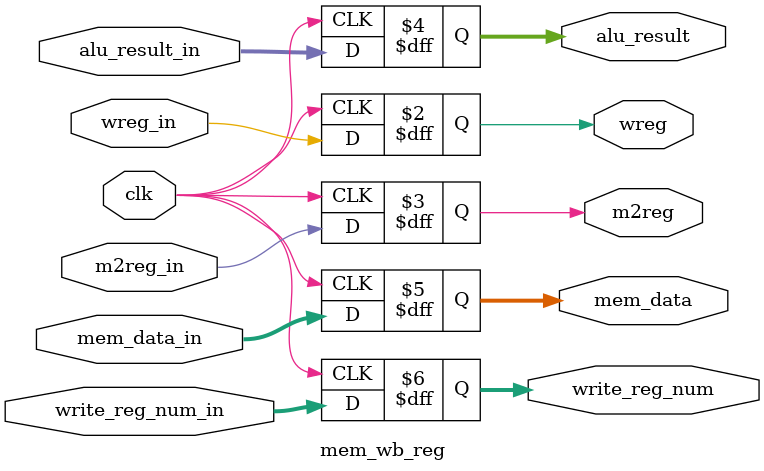
<source format=v>
module if_id_reg(
   input clk,
   input resetn,
   input enable,
   input [31:0] pc4_in,
   input [31:0] instruction_in,
   output reg [31:0] pc4,
   output reg [31:0] instruction
);
   always @(posedge clk)
      if (~resetn) begin
         pc4 <= 0;
         instruction <= 0;
      end else if (enable) begin
         pc4 <= pc4_in;
         instruction <= instruction_in;
      end
endmodule

module id_ex_reg(
   input clk, input resetn, input wreg_in, input m2reg_in, input wmem_in, input jal_in,
   input [3:0] aluc_in, input aluimm_in, input shift_in, input [31:0] pc4_in,
   input [31:0] alu_a_in, input [31:0] alu_b_in, input [31:0] imm_in,
   input [4:0] write_reg_num_in,
   output reg wreg, output reg m2reg, output reg wmem, output reg jal,
   output reg [3:0] aluc, output reg aluimm, output reg shift,
   output reg [31:0] pc4, output reg [31:0] alu_a, output reg [31:0] alu_b,
   output reg [31:0] imm, output reg [4:0] write_reg_num
);
   always @(posedge clk) begin
      // control signals
      if (~resetn) begin
         wreg <= 0;
         m2reg <= 0;
         wmem <= 0;
         jal <= 0;
         aluc <= 0;
         aluimm <= 0;
         shift <= 0;

         pc4 <= 0;
         alu_a <= 0;
         alu_b <= 0;
         imm <= 0;
         write_reg_num <= 0;
      end else begin
         wreg <= wreg_in;
         m2reg <= m2reg_in;
         wmem <= wmem_in;
         jal <= jal_in;
         aluc <= aluc_in;
         aluimm <= aluimm_in;
         shift <= shift_in;

         pc4 <= pc4_in;
         alu_a <= alu_a_in;
         alu_b <= alu_b_in;
         imm <= imm_in;
         write_reg_num <= write_reg_num_in;
      end
   end
endmodule

module ex_mem_reg(
   input clk, input wreg_in, input m2reg_in, input wmem_in,
   input [31:0] alu_result_in, input [31:0] mem_write_data_in, input [4:0] write_reg_num_in,
   output reg wreg, output reg m2reg, output reg wmem, output reg [31:0] alu_result,
   output reg [31:0] mem_write_data, output reg [4:0] write_reg_num
);
   always @(posedge clk) begin
      wreg <= wreg_in;
      m2reg <= m2reg_in;
      wmem <= wmem_in;
      alu_result <= alu_result_in;
      mem_write_data <= mem_write_data_in;
      write_reg_num <= write_reg_num_in;
   end
endmodule

module mem_wb_reg(
   input clk, input wreg_in, input m2reg_in, input [31:0] alu_result_in,
   input [31:0] mem_data_in, input [4:0] write_reg_num_in,
   output reg wreg, output reg m2reg, output reg [31:0] alu_result,
   output reg [31:0] mem_data, output reg [4:0] write_reg_num
);
   always @(posedge clk) begin
      wreg <= wreg_in;
      m2reg <= m2reg_in;
      alu_result <= alu_result_in;
      mem_data <= mem_data_in;
      write_reg_num <= write_reg_num_in;
   end
endmodule

</source>
